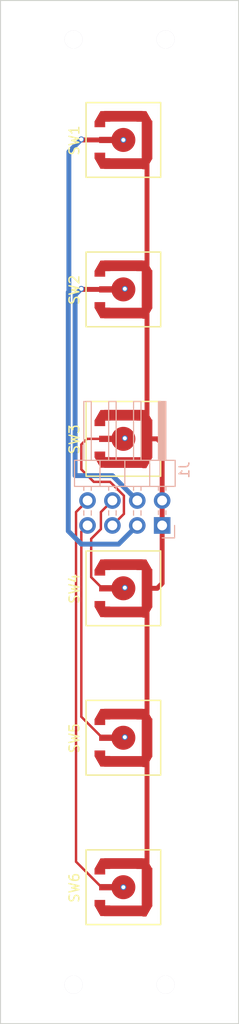
<source format=kicad_pcb>
(kicad_pcb (version 20171130) (host pcbnew "(5.1.4)-1")

  (general
    (thickness 1.2)
    (drawings 4)
    (tracks 153)
    (zones 0)
    (modules 11)
    (nets 8)
  )

  (page A4)
  (layers
    (0 F.Cu signal)
    (31 B.Cu signal)
    (32 B.Adhes user)
    (33 F.Adhes user)
    (34 B.Paste user)
    (35 F.Paste user)
    (36 B.SilkS user)
    (37 F.SilkS user)
    (38 B.Mask user)
    (39 F.Mask user)
    (40 Dwgs.User user)
    (41 Cmts.User user)
    (42 Eco1.User user)
    (43 Eco2.User user)
    (44 Edge.Cuts user)
    (45 Margin user)
    (46 B.CrtYd user)
    (47 F.CrtYd user)
    (48 B.Fab user)
    (49 F.Fab user)
  )

  (setup
    (last_trace_width 0.5)
    (user_trace_width 0.25)
    (user_trace_width 0.5)
    (trace_clearance 0.2)
    (zone_clearance 0.508)
    (zone_45_only no)
    (trace_min 0.2)
    (via_size 0.6)
    (via_drill 0.4)
    (via_min_size 0.4)
    (via_min_drill 0.3)
    (uvia_size 0.3)
    (uvia_drill 0.1)
    (uvias_allowed no)
    (uvia_min_size 0.2)
    (uvia_min_drill 0.1)
    (edge_width 0.15)
    (segment_width 0.2)
    (pcb_text_width 0.3)
    (pcb_text_size 1.5 1.5)
    (mod_edge_width 0.15)
    (mod_text_size 1 1)
    (mod_text_width 0.15)
    (pad_size 1.524 1.524)
    (pad_drill 0.762)
    (pad_to_mask_clearance 0.2)
    (aux_axis_origin 124.32 149.34)
    (grid_origin 124.32 149.34)
    (visible_elements 7FFFFFFF)
    (pcbplotparams
      (layerselection 0x010f0_80000001)
      (usegerberextensions true)
      (usegerberattributes false)
      (usegerberadvancedattributes false)
      (creategerberjobfile false)
      (excludeedgelayer true)
      (linewidth 0.100000)
      (plotframeref false)
      (viasonmask false)
      (mode 1)
      (useauxorigin false)
      (hpglpennumber 1)
      (hpglpenspeed 20)
      (hpglpendiameter 15.000000)
      (psnegative false)
      (psa4output false)
      (plotreference true)
      (plotvalue true)
      (plotinvisibletext false)
      (padsonsilk false)
      (subtractmaskfromsilk false)
      (outputformat 1)
      (mirror false)
      (drillshape 0)
      (scaleselection 1)
      (outputdirectory "./gerbers"))
  )

  (net 0 "")
  (net 1 GND)
  (net 2 /A)
  (net 3 /B)
  (net 4 /C)
  (net 5 /D)
  (net 6 /E)
  (net 7 /F)

  (net_class Default "This is the default net class."
    (clearance 0.2)
    (trace_width 0.25)
    (via_dia 0.6)
    (via_drill 0.4)
    (uvia_dia 0.3)
    (uvia_drill 0.1)
    (add_net /A)
    (add_net /B)
    (add_net /C)
    (add_net /D)
    (add_net /E)
    (add_net /F)
    (add_net GND)
  )

  (module "KiCAD Libraries:Mouting_Hole_1.85mm" locked (layer F.Cu) (tedit 5A7BD47A) (tstamp 5A7BDECD)
    (at 131.78 145.37)
    (path /5A7BE8C6)
    (fp_text reference MK1 (at 0.54 1.88) (layer F.SilkS) hide
      (effects (font (size 1 1) (thickness 0.15)))
    )
    (fp_text value Mounting_Hole (at 0.32 1.73) (layer F.Fab) hide
      (effects (font (size 1 1) (thickness 0.15)))
    )
    (pad 1 thru_hole circle (at 0 0) (size 1.85 1.85) (drill 1.85) (layers *.Cu)
      (clearance 0.5) (zone_connect 0))
  )

  (module "KiCAD Libraries:Mouting_Hole_1.85mm" locked (layer F.Cu) (tedit 5A7BD47A) (tstamp 5A7BDED2)
    (at 141.18 145.37)
    (path /5A7BE8CC)
    (fp_text reference MK2 (at 0.54 1.88) (layer F.SilkS) hide
      (effects (font (size 1 1) (thickness 0.15)))
    )
    (fp_text value Mounting_Hole (at 0.32 1.73) (layer F.Fab) hide
      (effects (font (size 1 1) (thickness 0.15)))
    )
    (pad 1 thru_hole circle (at 0 0) (size 1.85 1.85) (drill 1.85) (layers *.Cu)
      (clearance 0.5) (zone_connect 0))
  )

  (module "KiCAD Libraries:Mouting_Hole_1.85mm" locked (layer F.Cu) (tedit 5A7BD47A) (tstamp 5A7BDED7)
    (at 131.78 48.98)
    (path /5A7BE72D)
    (fp_text reference MK3 (at 0.54 1.88) (layer F.SilkS) hide
      (effects (font (size 1 1) (thickness 0.15)))
    )
    (fp_text value Mounting_Hole (at 0.32 1.73) (layer F.Fab) hide
      (effects (font (size 1 1) (thickness 0.15)))
    )
    (pad 1 thru_hole circle (at 0 0) (size 1.85 1.85) (drill 1.85) (layers *.Cu)
      (clearance 0.5) (zone_connect 0))
  )

  (module "KiCAD Libraries:Mouting_Hole_1.85mm" locked (layer F.Cu) (tedit 5A7BD47A) (tstamp 5A7BDEDC)
    (at 141.18 48.98)
    (path /5A7BE807)
    (fp_text reference MK4 (at 0.54 1.88) (layer F.SilkS) hide
      (effects (font (size 1 1) (thickness 0.15)))
    )
    (fp_text value Mounting_Hole (at 0.32 1.73) (layer F.Fab) hide
      (effects (font (size 1 1) (thickness 0.15)))
    )
    (pad 1 thru_hole circle (at 0 0) (size 1.85 1.85) (drill 1.85) (layers *.Cu)
      (clearance 0.5) (zone_connect 0))
  )

  (module "KiCAD Libraries:SWITCH_SNAP_DOME_6.3mm_DIA_SINGLE_SIDE_PCB" locked (layer F.Cu) (tedit 5A2DE5FC) (tstamp 5A7BDEEB)
    (at 136.87 59.230001 180)
    (path /5A7BE19B)
    (zone_connect 2)
    (fp_text reference SW1 (at 5.008 -0.056 270) (layer F.SilkS)
      (effects (font (size 1 1) (thickness 0.15)))
    )
    (fp_text value mode (at -0.2 4.58 180) (layer F.Fab)
      (effects (font (size 1 1) (thickness 0.15)))
    )
    (fp_line (start -3.81 -3.81) (end -3.81 3.81) (layer F.SilkS) (width 0.15))
    (fp_line (start -3.81 3.81) (end 3.81 3.81) (layer F.SilkS) (width 0.15))
    (fp_line (start 3.81 3.81) (end 3.81 -3.81) (layer F.SilkS) (width 0.15))
    (fp_line (start 3.81 -3.81) (end -3.81 -3.81) (layer F.SilkS) (width 0.15))
    (pad 2 smd trapezoid (at 2.15 2.4) (size 1 1.09) (rect_delta 0 0.625 ) (layers F.Cu F.Paste F.Mask)
      (net 1 GND) (zone_connect 2))
    (pad 2 smd trapezoid (at -2.15 2.4) (size 1 1.09) (rect_delta 0 0.625 ) (layers F.Cu F.Paste F.Mask)
      (net 1 GND) (zone_connect 2))
    (pad 2 smd trapezoid (at 2.15 -2.4 180) (size 1 1.09) (rect_delta 0 0.625 ) (layers F.Cu F.Paste F.Mask)
      (net 1 GND) (zone_connect 2))
    (pad 2 smd rect (at 2.4 1.6 180) (size 1.09 0.608) (layers F.Cu F.Paste F.Mask)
      (net 1 GND) (zone_connect 2))
    (pad 2 smd rect (at 0 -2.415 180) (size 3.92 1.09) (layers F.Cu F.Paste F.Mask)
      (net 1 GND) (zone_connect 2))
    (pad 1 smd circle (at 0 0 180) (size 2.45 2.45) (layers F.Cu F.Paste F.Mask)
      (net 2 /A) (zone_connect 2))
    (pad 1 smd rect (at 1.25 0 180) (size 2.45 0.64) (layers F.Cu F.Paste F.Mask)
      (net 2 /A) (zone_connect 2))
    (pad 2 smd rect (at 0 2.415 180) (size 3.92 1.09) (layers F.Cu F.Paste F.Mask)
      (net 1 GND) (zone_connect 2))
    (pad 2 smd rect (at -2.415 0 180) (size 1.09 3.92) (layers F.Cu F.Paste F.Mask)
      (net 1 GND) (zone_connect 2))
    (pad 2 smd rect (at 2.4 -1.6 180) (size 1.09 0.608) (layers F.Cu F.Paste F.Mask)
      (net 1 GND) (zone_connect 2))
    (pad 2 smd trapezoid (at -2.15 -2.45 180) (size 1 1.09) (rect_delta 0 0.625 ) (layers F.Cu F.Paste F.Mask)
      (net 1 GND) (zone_connect 2))
  )

  (module "KiCAD Libraries:SWITCH_SNAP_DOME_6.3mm_DIA_SINGLE_SIDE_PCB" locked (layer F.Cu) (tedit 5A2DE5FC) (tstamp 5A7BDEFA)
    (at 136.87 74.470001 180)
    (path /5A7BE334)
    (zone_connect 2)
    (fp_text reference SW2 (at 5.008 -0.056 270) (layer F.SilkS)
      (effects (font (size 1 1) (thickness 0.15)))
    )
    (fp_text value qty (at -0.2 4.58 180) (layer F.Fab)
      (effects (font (size 1 1) (thickness 0.15)))
    )
    (fp_line (start -3.81 -3.81) (end -3.81 3.81) (layer F.SilkS) (width 0.15))
    (fp_line (start -3.81 3.81) (end 3.81 3.81) (layer F.SilkS) (width 0.15))
    (fp_line (start 3.81 3.81) (end 3.81 -3.81) (layer F.SilkS) (width 0.15))
    (fp_line (start 3.81 -3.81) (end -3.81 -3.81) (layer F.SilkS) (width 0.15))
    (pad 2 smd trapezoid (at 2.15 2.4) (size 1 1.09) (rect_delta 0 0.625 ) (layers F.Cu F.Paste F.Mask)
      (net 1 GND) (zone_connect 2))
    (pad 2 smd trapezoid (at -2.15 2.4) (size 1 1.09) (rect_delta 0 0.625 ) (layers F.Cu F.Paste F.Mask)
      (net 1 GND) (zone_connect 2))
    (pad 2 smd trapezoid (at 2.15 -2.4 180) (size 1 1.09) (rect_delta 0 0.625 ) (layers F.Cu F.Paste F.Mask)
      (net 1 GND) (zone_connect 2))
    (pad 2 smd rect (at 2.4 1.6 180) (size 1.09 0.608) (layers F.Cu F.Paste F.Mask)
      (net 1 GND) (zone_connect 2))
    (pad 2 smd rect (at 0 -2.415 180) (size 3.92 1.09) (layers F.Cu F.Paste F.Mask)
      (net 1 GND) (zone_connect 2))
    (pad 1 smd circle (at 0 0 180) (size 2.45 2.45) (layers F.Cu F.Paste F.Mask)
      (net 3 /B) (zone_connect 2))
    (pad 1 smd rect (at 1.25 0 180) (size 2.45 0.64) (layers F.Cu F.Paste F.Mask)
      (net 3 /B) (zone_connect 2))
    (pad 2 smd rect (at 0 2.415 180) (size 3.92 1.09) (layers F.Cu F.Paste F.Mask)
      (net 1 GND) (zone_connect 2))
    (pad 2 smd rect (at -2.415 0 180) (size 1.09 3.92) (layers F.Cu F.Paste F.Mask)
      (net 1 GND) (zone_connect 2))
    (pad 2 smd rect (at 2.4 -1.6 180) (size 1.09 0.608) (layers F.Cu F.Paste F.Mask)
      (net 1 GND) (zone_connect 2))
    (pad 2 smd trapezoid (at -2.15 -2.45 180) (size 1 1.09) (rect_delta 0 0.625 ) (layers F.Cu F.Paste F.Mask)
      (net 1 GND) (zone_connect 2))
  )

  (module "KiCAD Libraries:SWITCH_SNAP_DOME_6.3mm_DIA_SINGLE_SIDE_PCB" locked (layer F.Cu) (tedit 5A2DE5FC) (tstamp 5A7BDF09)
    (at 136.87 89.710001 180)
    (path /5A7BE363)
    (zone_connect 2)
    (fp_text reference SW3 (at 5.008 -0.056 90) (layer F.SilkS)
      (effects (font (size 1 1) (thickness 0.15)))
    )
    (fp_text value up (at -0.2 4.58) (layer F.Fab)
      (effects (font (size 1 1) (thickness 0.15)))
    )
    (fp_line (start -3.81 -3.81) (end -3.81 3.81) (layer F.SilkS) (width 0.15))
    (fp_line (start -3.81 3.81) (end 3.81 3.81) (layer F.SilkS) (width 0.15))
    (fp_line (start 3.81 3.81) (end 3.81 -3.81) (layer F.SilkS) (width 0.15))
    (fp_line (start 3.81 -3.81) (end -3.81 -3.81) (layer F.SilkS) (width 0.15))
    (pad 2 smd trapezoid (at 2.15 2.4) (size 1 1.09) (rect_delta 0 0.625 ) (layers F.Cu F.Paste F.Mask)
      (net 1 GND) (zone_connect 2))
    (pad 2 smd trapezoid (at -2.15 2.4) (size 1 1.09) (rect_delta 0 0.625 ) (layers F.Cu F.Paste F.Mask)
      (net 1 GND) (zone_connect 2))
    (pad 2 smd trapezoid (at 2.15 -2.4 180) (size 1 1.09) (rect_delta 0 0.625 ) (layers F.Cu F.Paste F.Mask)
      (net 1 GND) (zone_connect 2))
    (pad 2 smd rect (at 2.4 1.6 180) (size 1.09 0.608) (layers F.Cu F.Paste F.Mask)
      (net 1 GND) (zone_connect 2))
    (pad 2 smd rect (at 0 -2.415 180) (size 3.92 1.09) (layers F.Cu F.Paste F.Mask)
      (net 1 GND) (zone_connect 2))
    (pad 1 smd circle (at 0 0 180) (size 2.45 2.45) (layers F.Cu F.Paste F.Mask)
      (net 4 /C) (zone_connect 2))
    (pad 1 smd rect (at 1.25 0 180) (size 2.45 0.64) (layers F.Cu F.Paste F.Mask)
      (net 4 /C) (zone_connect 2))
    (pad 2 smd rect (at 0 2.415 180) (size 3.92 1.09) (layers F.Cu F.Paste F.Mask)
      (net 1 GND) (zone_connect 2))
    (pad 2 smd rect (at -2.415 0 180) (size 1.09 3.92) (layers F.Cu F.Paste F.Mask)
      (net 1 GND) (zone_connect 2))
    (pad 2 smd rect (at 2.4 -1.6 180) (size 1.09 0.608) (layers F.Cu F.Paste F.Mask)
      (net 1 GND) (zone_connect 2))
    (pad 2 smd trapezoid (at -2.15 -2.45 180) (size 1 1.09) (rect_delta 0 0.625 ) (layers F.Cu F.Paste F.Mask)
      (net 1 GND) (zone_connect 2))
  )

  (module "KiCAD Libraries:SWITCH_SNAP_DOME_6.3mm_DIA_SINGLE_SIDE_PCB" locked (layer F.Cu) (tedit 5A2DE5FC) (tstamp 5A7BDF18)
    (at 136.87 104.950001 180)
    (path /5A7BE38D)
    (zone_connect 2)
    (fp_text reference SW4 (at 5.008 -0.056 90) (layer F.SilkS)
      (effects (font (size 1 1) (thickness 0.15)))
    )
    (fp_text value down (at -0.2 4.58) (layer F.Fab)
      (effects (font (size 1 1) (thickness 0.15)))
    )
    (fp_line (start -3.81 -3.81) (end -3.81 3.81) (layer F.SilkS) (width 0.15))
    (fp_line (start -3.81 3.81) (end 3.81 3.81) (layer F.SilkS) (width 0.15))
    (fp_line (start 3.81 3.81) (end 3.81 -3.81) (layer F.SilkS) (width 0.15))
    (fp_line (start 3.81 -3.81) (end -3.81 -3.81) (layer F.SilkS) (width 0.15))
    (pad 2 smd trapezoid (at 2.15 2.4) (size 1 1.09) (rect_delta 0 0.625 ) (layers F.Cu F.Paste F.Mask)
      (net 1 GND) (zone_connect 2))
    (pad 2 smd trapezoid (at -2.15 2.4) (size 1 1.09) (rect_delta 0 0.625 ) (layers F.Cu F.Paste F.Mask)
      (net 1 GND) (zone_connect 2))
    (pad 2 smd trapezoid (at 2.15 -2.4 180) (size 1 1.09) (rect_delta 0 0.625 ) (layers F.Cu F.Paste F.Mask)
      (net 1 GND) (zone_connect 2))
    (pad 2 smd rect (at 2.4 1.6 180) (size 1.09 0.608) (layers F.Cu F.Paste F.Mask)
      (net 1 GND) (zone_connect 2))
    (pad 2 smd rect (at 0 -2.415 180) (size 3.92 1.09) (layers F.Cu F.Paste F.Mask)
      (net 1 GND) (zone_connect 2))
    (pad 1 smd circle (at 0 0 180) (size 2.45 2.45) (layers F.Cu F.Paste F.Mask)
      (net 5 /D) (zone_connect 2))
    (pad 1 smd rect (at 1.25 0 180) (size 2.45 0.64) (layers F.Cu F.Paste F.Mask)
      (net 5 /D) (zone_connect 2))
    (pad 2 smd rect (at 0 2.415 180) (size 3.92 1.09) (layers F.Cu F.Paste F.Mask)
      (net 1 GND) (zone_connect 2))
    (pad 2 smd rect (at -2.415 0 180) (size 1.09 3.92) (layers F.Cu F.Paste F.Mask)
      (net 1 GND) (zone_connect 2))
    (pad 2 smd rect (at 2.4 -1.6 180) (size 1.09 0.608) (layers F.Cu F.Paste F.Mask)
      (net 1 GND) (zone_connect 2))
    (pad 2 smd trapezoid (at -2.15 -2.45 180) (size 1 1.09) (rect_delta 0 0.625 ) (layers F.Cu F.Paste F.Mask)
      (net 1 GND) (zone_connect 2))
  )

  (module "KiCAD Libraries:SWITCH_SNAP_DOME_6.3mm_DIA_SINGLE_SIDE_PCB" locked (layer F.Cu) (tedit 5A2DE5FC) (tstamp 5A7BDF27)
    (at 136.87 120.190001 180)
    (path /5A7BE3BA)
    (zone_connect 2)
    (fp_text reference SW5 (at 5.008 -0.056 270) (layer F.SilkS)
      (effects (font (size 1 1) (thickness 0.15)))
    )
    (fp_text value zone (at -0.2 4.58 180) (layer F.Fab)
      (effects (font (size 1 1) (thickness 0.15)))
    )
    (fp_line (start -3.81 -3.81) (end -3.81 3.81) (layer F.SilkS) (width 0.15))
    (fp_line (start -3.81 3.81) (end 3.81 3.81) (layer F.SilkS) (width 0.15))
    (fp_line (start 3.81 3.81) (end 3.81 -3.81) (layer F.SilkS) (width 0.15))
    (fp_line (start 3.81 -3.81) (end -3.81 -3.81) (layer F.SilkS) (width 0.15))
    (pad 2 smd trapezoid (at 2.15 2.4) (size 1 1.09) (rect_delta 0 0.625 ) (layers F.Cu F.Paste F.Mask)
      (net 1 GND) (zone_connect 2))
    (pad 2 smd trapezoid (at -2.15 2.4) (size 1 1.09) (rect_delta 0 0.625 ) (layers F.Cu F.Paste F.Mask)
      (net 1 GND) (zone_connect 2))
    (pad 2 smd trapezoid (at 2.15 -2.4 180) (size 1 1.09) (rect_delta 0 0.625 ) (layers F.Cu F.Paste F.Mask)
      (net 1 GND) (zone_connect 2))
    (pad 2 smd rect (at 2.4 1.6 180) (size 1.09 0.608) (layers F.Cu F.Paste F.Mask)
      (net 1 GND) (zone_connect 2))
    (pad 2 smd rect (at 0 -2.415 180) (size 3.92 1.09) (layers F.Cu F.Paste F.Mask)
      (net 1 GND) (zone_connect 2))
    (pad 1 smd circle (at 0 0 180) (size 2.45 2.45) (layers F.Cu F.Paste F.Mask)
      (net 6 /E) (zone_connect 2))
    (pad 1 smd rect (at 1.25 0 180) (size 2.45 0.64) (layers F.Cu F.Paste F.Mask)
      (net 6 /E) (zone_connect 2))
    (pad 2 smd rect (at 0 2.415 180) (size 3.92 1.09) (layers F.Cu F.Paste F.Mask)
      (net 1 GND) (zone_connect 2))
    (pad 2 smd rect (at -2.415 0 180) (size 1.09 3.92) (layers F.Cu F.Paste F.Mask)
      (net 1 GND) (zone_connect 2))
    (pad 2 smd rect (at 2.4 -1.6 180) (size 1.09 0.608) (layers F.Cu F.Paste F.Mask)
      (net 1 GND) (zone_connect 2))
    (pad 2 smd trapezoid (at -2.15 -2.45 180) (size 1 1.09) (rect_delta 0 0.625 ) (layers F.Cu F.Paste F.Mask)
      (net 1 GND) (zone_connect 2))
  )

  (module "KiCAD Libraries:SWITCH_SNAP_DOME_6.3mm_DIA_SINGLE_SIDE_PCB" locked (layer F.Cu) (tedit 5A2DE5FC) (tstamp 5A7BDF36)
    (at 136.87 135.430001 180)
    (path /5A7BE3EE)
    (zone_connect 2)
    (fp_text reference SW6 (at 5.008 -0.056 270) (layer F.SilkS)
      (effects (font (size 1 1) (thickness 0.15)))
    )
    (fp_text value ET (at -0.2 4.58 180) (layer F.Fab)
      (effects (font (size 1 1) (thickness 0.15)))
    )
    (fp_line (start -3.81 -3.81) (end -3.81 3.81) (layer F.SilkS) (width 0.15))
    (fp_line (start -3.81 3.81) (end 3.81 3.81) (layer F.SilkS) (width 0.15))
    (fp_line (start 3.81 3.81) (end 3.81 -3.81) (layer F.SilkS) (width 0.15))
    (fp_line (start 3.81 -3.81) (end -3.81 -3.81) (layer F.SilkS) (width 0.15))
    (pad 2 smd trapezoid (at 2.15 2.4) (size 1 1.09) (rect_delta 0 0.625 ) (layers F.Cu F.Paste F.Mask)
      (net 1 GND) (zone_connect 2))
    (pad 2 smd trapezoid (at -2.15 2.4) (size 1 1.09) (rect_delta 0 0.625 ) (layers F.Cu F.Paste F.Mask)
      (net 1 GND) (zone_connect 2))
    (pad 2 smd trapezoid (at 2.15 -2.4 180) (size 1 1.09) (rect_delta 0 0.625 ) (layers F.Cu F.Paste F.Mask)
      (net 1 GND) (zone_connect 2))
    (pad 2 smd rect (at 2.4 1.6 180) (size 1.09 0.608) (layers F.Cu F.Paste F.Mask)
      (net 1 GND) (zone_connect 2))
    (pad 2 smd rect (at 0 -2.415 180) (size 3.92 1.09) (layers F.Cu F.Paste F.Mask)
      (net 1 GND) (zone_connect 2))
    (pad 1 smd circle (at 0 0 180) (size 2.45 2.45) (layers F.Cu F.Paste F.Mask)
      (net 7 /F) (zone_connect 2))
    (pad 1 smd rect (at 1.25 0 180) (size 2.45 0.64) (layers F.Cu F.Paste F.Mask)
      (net 7 /F) (zone_connect 2))
    (pad 2 smd rect (at 0 2.415 180) (size 3.92 1.09) (layers F.Cu F.Paste F.Mask)
      (net 1 GND) (zone_connect 2))
    (pad 2 smd rect (at -2.415 0 180) (size 1.09 3.92) (layers F.Cu F.Paste F.Mask)
      (net 1 GND) (zone_connect 2))
    (pad 2 smd rect (at 2.4 -1.6 180) (size 1.09 0.608) (layers F.Cu F.Paste F.Mask)
      (net 1 GND) (zone_connect 2))
    (pad 2 smd trapezoid (at -2.15 -2.45 180) (size 1 1.09) (rect_delta 0 0.625 ) (layers F.Cu F.Paste F.Mask)
      (net 1 GND) (zone_connect 2))
  )

  (module Connector_PinHeader_2.54mm:PinHeader_2x04_P2.54mm_Horizontal (layer B.Cu) (tedit 59FED5CB) (tstamp 5DBCFCC3)
    (at 140.83 98.54 90)
    (descr "Through hole angled pin header, 2x04, 2.54mm pitch, 6mm pin length, double rows")
    (tags "Through hole angled pin header THT 2x04 2.54mm double row")
    (path /5A7BE28B)
    (fp_text reference J1 (at 5.655 2.27 270) (layer B.SilkS)
      (effects (font (size 1 1) (thickness 0.15)) (justify mirror))
    )
    (fp_text value Conn_02x04_Male (at 5.655 -9.89 270) (layer B.Fab)
      (effects (font (size 1 1) (thickness 0.15)) (justify mirror))
    )
    (fp_line (start 4.675 1.27) (end 6.58 1.27) (layer B.Fab) (width 0.1))
    (fp_line (start 6.58 1.27) (end 6.58 -8.89) (layer B.Fab) (width 0.1))
    (fp_line (start 6.58 -8.89) (end 4.04 -8.89) (layer B.Fab) (width 0.1))
    (fp_line (start 4.04 -8.89) (end 4.04 0.635) (layer B.Fab) (width 0.1))
    (fp_line (start 4.04 0.635) (end 4.675 1.27) (layer B.Fab) (width 0.1))
    (fp_line (start -0.32 0.32) (end 4.04 0.32) (layer B.Fab) (width 0.1))
    (fp_line (start -0.32 0.32) (end -0.32 -0.32) (layer B.Fab) (width 0.1))
    (fp_line (start -0.32 -0.32) (end 4.04 -0.32) (layer B.Fab) (width 0.1))
    (fp_line (start 6.58 0.32) (end 12.58 0.32) (layer B.Fab) (width 0.1))
    (fp_line (start 12.58 0.32) (end 12.58 -0.32) (layer B.Fab) (width 0.1))
    (fp_line (start 6.58 -0.32) (end 12.58 -0.32) (layer B.Fab) (width 0.1))
    (fp_line (start -0.32 -2.22) (end 4.04 -2.22) (layer B.Fab) (width 0.1))
    (fp_line (start -0.32 -2.22) (end -0.32 -2.86) (layer B.Fab) (width 0.1))
    (fp_line (start -0.32 -2.86) (end 4.04 -2.86) (layer B.Fab) (width 0.1))
    (fp_line (start 6.58 -2.22) (end 12.58 -2.22) (layer B.Fab) (width 0.1))
    (fp_line (start 12.58 -2.22) (end 12.58 -2.86) (layer B.Fab) (width 0.1))
    (fp_line (start 6.58 -2.86) (end 12.58 -2.86) (layer B.Fab) (width 0.1))
    (fp_line (start -0.32 -4.76) (end 4.04 -4.76) (layer B.Fab) (width 0.1))
    (fp_line (start -0.32 -4.76) (end -0.32 -5.4) (layer B.Fab) (width 0.1))
    (fp_line (start -0.32 -5.4) (end 4.04 -5.4) (layer B.Fab) (width 0.1))
    (fp_line (start 6.58 -4.76) (end 12.58 -4.76) (layer B.Fab) (width 0.1))
    (fp_line (start 12.58 -4.76) (end 12.58 -5.4) (layer B.Fab) (width 0.1))
    (fp_line (start 6.58 -5.4) (end 12.58 -5.4) (layer B.Fab) (width 0.1))
    (fp_line (start -0.32 -7.3) (end 4.04 -7.3) (layer B.Fab) (width 0.1))
    (fp_line (start -0.32 -7.3) (end -0.32 -7.94) (layer B.Fab) (width 0.1))
    (fp_line (start -0.32 -7.94) (end 4.04 -7.94) (layer B.Fab) (width 0.1))
    (fp_line (start 6.58 -7.3) (end 12.58 -7.3) (layer B.Fab) (width 0.1))
    (fp_line (start 12.58 -7.3) (end 12.58 -7.94) (layer B.Fab) (width 0.1))
    (fp_line (start 6.58 -7.94) (end 12.58 -7.94) (layer B.Fab) (width 0.1))
    (fp_line (start 3.98 1.33) (end 3.98 -8.95) (layer B.SilkS) (width 0.12))
    (fp_line (start 3.98 -8.95) (end 6.64 -8.95) (layer B.SilkS) (width 0.12))
    (fp_line (start 6.64 -8.95) (end 6.64 1.33) (layer B.SilkS) (width 0.12))
    (fp_line (start 6.64 1.33) (end 3.98 1.33) (layer B.SilkS) (width 0.12))
    (fp_line (start 6.64 0.38) (end 12.64 0.38) (layer B.SilkS) (width 0.12))
    (fp_line (start 12.64 0.38) (end 12.64 -0.38) (layer B.SilkS) (width 0.12))
    (fp_line (start 12.64 -0.38) (end 6.64 -0.38) (layer B.SilkS) (width 0.12))
    (fp_line (start 6.64 0.32) (end 12.64 0.32) (layer B.SilkS) (width 0.12))
    (fp_line (start 6.64 0.2) (end 12.64 0.2) (layer B.SilkS) (width 0.12))
    (fp_line (start 6.64 0.08) (end 12.64 0.08) (layer B.SilkS) (width 0.12))
    (fp_line (start 6.64 -0.04) (end 12.64 -0.04) (layer B.SilkS) (width 0.12))
    (fp_line (start 6.64 -0.16) (end 12.64 -0.16) (layer B.SilkS) (width 0.12))
    (fp_line (start 6.64 -0.28) (end 12.64 -0.28) (layer B.SilkS) (width 0.12))
    (fp_line (start 3.582929 0.38) (end 3.98 0.38) (layer B.SilkS) (width 0.12))
    (fp_line (start 3.582929 -0.38) (end 3.98 -0.38) (layer B.SilkS) (width 0.12))
    (fp_line (start 1.11 0.38) (end 1.497071 0.38) (layer B.SilkS) (width 0.12))
    (fp_line (start 1.11 -0.38) (end 1.497071 -0.38) (layer B.SilkS) (width 0.12))
    (fp_line (start 3.98 -1.27) (end 6.64 -1.27) (layer B.SilkS) (width 0.12))
    (fp_line (start 6.64 -2.16) (end 12.64 -2.16) (layer B.SilkS) (width 0.12))
    (fp_line (start 12.64 -2.16) (end 12.64 -2.92) (layer B.SilkS) (width 0.12))
    (fp_line (start 12.64 -2.92) (end 6.64 -2.92) (layer B.SilkS) (width 0.12))
    (fp_line (start 3.582929 -2.16) (end 3.98 -2.16) (layer B.SilkS) (width 0.12))
    (fp_line (start 3.582929 -2.92) (end 3.98 -2.92) (layer B.SilkS) (width 0.12))
    (fp_line (start 1.042929 -2.16) (end 1.497071 -2.16) (layer B.SilkS) (width 0.12))
    (fp_line (start 1.042929 -2.92) (end 1.497071 -2.92) (layer B.SilkS) (width 0.12))
    (fp_line (start 3.98 -3.81) (end 6.64 -3.81) (layer B.SilkS) (width 0.12))
    (fp_line (start 6.64 -4.7) (end 12.64 -4.7) (layer B.SilkS) (width 0.12))
    (fp_line (start 12.64 -4.7) (end 12.64 -5.46) (layer B.SilkS) (width 0.12))
    (fp_line (start 12.64 -5.46) (end 6.64 -5.46) (layer B.SilkS) (width 0.12))
    (fp_line (start 3.582929 -4.7) (end 3.98 -4.7) (layer B.SilkS) (width 0.12))
    (fp_line (start 3.582929 -5.46) (end 3.98 -5.46) (layer B.SilkS) (width 0.12))
    (fp_line (start 1.042929 -4.7) (end 1.497071 -4.7) (layer B.SilkS) (width 0.12))
    (fp_line (start 1.042929 -5.46) (end 1.497071 -5.46) (layer B.SilkS) (width 0.12))
    (fp_line (start 3.98 -6.35) (end 6.64 -6.35) (layer B.SilkS) (width 0.12))
    (fp_line (start 6.64 -7.24) (end 12.64 -7.24) (layer B.SilkS) (width 0.12))
    (fp_line (start 12.64 -7.24) (end 12.64 -8) (layer B.SilkS) (width 0.12))
    (fp_line (start 12.64 -8) (end 6.64 -8) (layer B.SilkS) (width 0.12))
    (fp_line (start 3.582929 -7.24) (end 3.98 -7.24) (layer B.SilkS) (width 0.12))
    (fp_line (start 3.582929 -8) (end 3.98 -8) (layer B.SilkS) (width 0.12))
    (fp_line (start 1.042929 -7.24) (end 1.497071 -7.24) (layer B.SilkS) (width 0.12))
    (fp_line (start 1.042929 -8) (end 1.497071 -8) (layer B.SilkS) (width 0.12))
    (fp_line (start -1.27 0) (end -1.27 1.27) (layer B.SilkS) (width 0.12))
    (fp_line (start -1.27 1.27) (end 0 1.27) (layer B.SilkS) (width 0.12))
    (fp_line (start -1.8 1.8) (end -1.8 -9.4) (layer B.CrtYd) (width 0.05))
    (fp_line (start -1.8 -9.4) (end 13.1 -9.4) (layer B.CrtYd) (width 0.05))
    (fp_line (start 13.1 -9.4) (end 13.1 1.8) (layer B.CrtYd) (width 0.05))
    (fp_line (start 13.1 1.8) (end -1.8 1.8) (layer B.CrtYd) (width 0.05))
    (fp_text user %R (at 5.31 -3.81) (layer B.Fab)
      (effects (font (size 1 1) (thickness 0.15)) (justify mirror))
    )
    (pad 1 thru_hole rect (at 0 0 90) (size 1.7 1.7) (drill 1) (layers *.Cu *.Mask)
      (net 1 GND))
    (pad 2 thru_hole oval (at 2.54 0 90) (size 1.7 1.7) (drill 1) (layers *.Cu *.Mask)
      (net 1 GND))
    (pad 3 thru_hole oval (at 0 -2.54 90) (size 1.7 1.7) (drill 1) (layers *.Cu *.Mask)
      (net 2 /A))
    (pad 4 thru_hole oval (at 2.54 -2.54 90) (size 1.7 1.7) (drill 1) (layers *.Cu *.Mask)
      (net 3 /B))
    (pad 5 thru_hole oval (at 0 -5.08 90) (size 1.7 1.7) (drill 1) (layers *.Cu *.Mask)
      (net 4 /C))
    (pad 6 thru_hole oval (at 2.54 -5.08 90) (size 1.7 1.7) (drill 1) (layers *.Cu *.Mask)
      (net 5 /D))
    (pad 7 thru_hole oval (at 0 -7.62 90) (size 1.7 1.7) (drill 1) (layers *.Cu *.Mask)
      (net 6 /E))
    (pad 8 thru_hole oval (at 2.54 -7.62 90) (size 1.7 1.7) (drill 1) (layers *.Cu *.Mask)
      (net 7 /F))
    (model ${KISYS3DMOD}/Connector_PinHeader_2.54mm.3dshapes/PinHeader_2x04_P2.54mm_Horizontal.wrl
      (at (xyz 0 0 0))
      (scale (xyz 1 1 1))
      (rotate (xyz 0 0 0))
    )
  )

  (gr_line (start 124.32 149.34) (end 148.64 149.34) (layer Edge.Cuts) (width 0.1))
  (gr_line (start 148.64 45.01) (end 124.32 45.01) (layer Edge.Cuts) (width 0.1))
  (gr_line (start 148.64 149.34) (end 148.64 45.01) (layer Edge.Cuts) (width 0.1))
  (gr_line (start 124.32 45.01) (end 124.32 149.34) (layer Edge.Cuts) (width 0.1))

  (via (at 137.02 120.13) (size 0.6) (drill 0.4) (layers F.Cu B.Cu) (net 6))
  (via (at 137.02 104.89) (size 0.6) (drill 0.4) (layers F.Cu B.Cu) (net 5))
  (via (at 137.02 89.65) (size 0.6) (drill 0.4) (layers F.Cu B.Cu) (net 4))
  (via (at 137.02 74.41) (size 0.6) (drill 0.4) (layers F.Cu B.Cu) (net 3))
  (segment (start 139.285 135.430001) (end 139.285 120.49) (width 0.5) (layer F.Cu) (net 1))
  (segment (start 139.285 120.49) (end 139.285 104.950001) (width 0.5) (layer F.Cu) (net 1))
  (segment (start 140.83 98.54) (end 140.83 96) (width 0.5) (layer F.Cu) (net 1))
  (segment (start 140.33 89.710001) (end 139.285 89.710001) (width 0.5) (layer F.Cu) (net 1))
  (segment (start 140.83 90.210001) (end 140.33 89.710001) (width 0.5) (layer F.Cu) (net 1))
  (segment (start 140.83 96) (end 140.83 90.210001) (width 0.5) (layer F.Cu) (net 1))
  (segment (start 140.83 99.89) (end 140.83 98.54) (width 0.5) (layer F.Cu) (net 1))
  (segment (start 140.83 104.450001) (end 140.83 99.89) (width 0.5) (layer F.Cu) (net 1))
  (segment (start 140.33 104.950001) (end 140.83 104.450001) (width 0.5) (layer F.Cu) (net 1))
  (segment (start 139.285 104.950001) (end 140.33 104.950001) (width 0.5) (layer F.Cu) (net 1))
  (segment (start 139.285 89.710001) (end 139.285 74.470001) (width 0.5) (layer F.Cu) (net 1))
  (segment (start 139.285 74.470001) (end 139.285 59.230001) (width 0.5) (layer F.Cu) (net 1))
  (segment (start 134.47 118.040001) (end 134.72 117.790001) (width 0.5) (layer F.Cu) (net 1))
  (segment (start 134.47 118.590001) (end 134.47 118.040001) (width 0.5) (layer F.Cu) (net 1))
  (segment (start 134.72 117.790001) (end 139.02 117.790001) (width 0.5) (layer F.Cu) (net 1))
  (segment (start 139.02 119.925001) (end 139.285 120.190001) (width 0.5) (layer F.Cu) (net 1))
  (segment (start 139.02 117.790001) (end 139.02 119.925001) (width 0.5) (layer F.Cu) (net 1))
  (segment (start 139.285 122.375001) (end 139.02 122.640001) (width 0.5) (layer F.Cu) (net 1))
  (segment (start 139.285 120.190001) (end 139.285 122.375001) (width 0.5) (layer F.Cu) (net 1))
  (segment (start 136.905 122.640001) (end 136.87 122.605001) (width 0.5) (layer F.Cu) (net 1))
  (segment (start 139.02 122.640001) (end 136.905 122.640001) (width 0.5) (layer F.Cu) (net 1))
  (segment (start 134.735 122.605001) (end 134.72 122.590001) (width 0.5) (layer F.Cu) (net 1))
  (segment (start 136.87 122.605001) (end 134.735 122.605001) (width 0.5) (layer F.Cu) (net 1))
  (segment (start 134.72 122.040001) (end 134.47 121.790001) (width 0.5) (layer F.Cu) (net 1))
  (segment (start 134.72 122.590001) (end 134.72 122.040001) (width 0.5) (layer F.Cu) (net 1))
  (segment (start 134.47 133.280001) (end 134.72 133.030001) (width 0.5) (layer F.Cu) (net 1))
  (segment (start 134.47 133.830001) (end 134.47 133.280001) (width 0.5) (layer F.Cu) (net 1))
  (segment (start 134.72 133.030001) (end 139.02 133.030001) (width 0.5) (layer F.Cu) (net 1))
  (segment (start 139.02 135.165001) (end 139.285 135.430001) (width 0.5) (layer F.Cu) (net 1))
  (segment (start 139.02 133.030001) (end 139.02 135.165001) (width 0.5) (layer F.Cu) (net 1))
  (segment (start 139.285 137.615001) (end 139.02 137.880001) (width 0.5) (layer F.Cu) (net 1))
  (segment (start 139.285 135.430001) (end 139.285 137.615001) (width 0.5) (layer F.Cu) (net 1))
  (segment (start 136.905 137.880001) (end 136.87 137.845001) (width 0.5) (layer F.Cu) (net 1))
  (segment (start 139.02 137.880001) (end 136.905 137.880001) (width 0.5) (layer F.Cu) (net 1))
  (segment (start 134.735 137.845001) (end 134.72 137.830001) (width 0.5) (layer F.Cu) (net 1))
  (segment (start 136.87 137.845001) (end 134.735 137.845001) (width 0.5) (layer F.Cu) (net 1))
  (segment (start 134.72 137.280001) (end 134.47 137.030001) (width 0.5) (layer F.Cu) (net 1))
  (segment (start 134.72 137.830001) (end 134.72 137.280001) (width 0.5) (layer F.Cu) (net 1))
  (segment (start 134.47 107.100001) (end 134.72 107.350001) (width 0.5) (layer F.Cu) (net 1))
  (segment (start 134.47 106.550001) (end 134.47 107.100001) (width 0.5) (layer F.Cu) (net 1))
  (segment (start 136.855 107.350001) (end 136.87 107.365001) (width 0.5) (layer F.Cu) (net 1))
  (segment (start 134.72 107.350001) (end 136.855 107.350001) (width 0.5) (layer F.Cu) (net 1))
  (segment (start 138.985 107.365001) (end 139.02 107.400001) (width 0.5) (layer F.Cu) (net 1))
  (segment (start 136.87 107.365001) (end 138.985 107.365001) (width 0.5) (layer F.Cu) (net 1))
  (segment (start 139.02 105.215001) (end 139.285 104.950001) (width 0.5) (layer F.Cu) (net 1))
  (segment (start 139.02 107.400001) (end 139.02 105.215001) (width 0.5) (layer F.Cu) (net 1))
  (segment (start 139.285 102.815001) (end 139.02 102.550001) (width 0.5) (layer F.Cu) (net 1))
  (segment (start 139.285 104.950001) (end 139.285 102.815001) (width 0.5) (layer F.Cu) (net 1))
  (segment (start 136.885 102.550001) (end 136.87 102.535001) (width 0.5) (layer F.Cu) (net 1))
  (segment (start 139.02 102.550001) (end 136.885 102.550001) (width 0.5) (layer F.Cu) (net 1))
  (segment (start 134.735 102.535001) (end 134.72 102.550001) (width 0.5) (layer F.Cu) (net 1))
  (segment (start 136.87 102.535001) (end 134.735 102.535001) (width 0.5) (layer F.Cu) (net 1))
  (segment (start 134.72 103.100001) (end 134.47 103.350001) (width 0.5) (layer F.Cu) (net 1))
  (segment (start 134.72 102.550001) (end 134.72 103.100001) (width 0.5) (layer F.Cu) (net 1))
  (segment (start 134.47 91.860001) (end 134.72 92.110001) (width 0.5) (layer F.Cu) (net 1))
  (segment (start 134.47 91.310001) (end 134.47 91.860001) (width 0.5) (layer F.Cu) (net 1))
  (segment (start 138.97 92.110001) (end 139.02 92.160001) (width 0.5) (layer F.Cu) (net 1))
  (segment (start 134.72 92.110001) (end 138.97 92.110001) (width 0.5) (layer F.Cu) (net 1))
  (segment (start 139.02 92.160001) (end 139.02 87.310001) (width 0.5) (layer F.Cu) (net 1))
  (segment (start 139.02 89.445001) (end 139.285 89.710001) (width 0.5) (layer F.Cu) (net 1))
  (segment (start 139.02 87.310001) (end 139.02 89.445001) (width 0.5) (layer F.Cu) (net 1))
  (segment (start 136.885 87.310001) (end 136.87 87.295001) (width 0.5) (layer F.Cu) (net 1))
  (segment (start 139.02 87.310001) (end 136.885 87.310001) (width 0.5) (layer F.Cu) (net 1))
  (segment (start 134.735 87.295001) (end 134.72 87.310001) (width 0.5) (layer F.Cu) (net 1))
  (segment (start 136.87 87.295001) (end 134.735 87.295001) (width 0.5) (layer F.Cu) (net 1))
  (segment (start 134.72 87.860001) (end 134.47 88.110001) (width 0.5) (layer F.Cu) (net 1))
  (segment (start 134.72 87.310001) (end 134.72 87.860001) (width 0.5) (layer F.Cu) (net 1))
  (segment (start 134.47 72.320001) (end 134.72 72.070001) (width 0.5) (layer F.Cu) (net 1))
  (segment (start 134.47 72.870001) (end 134.47 72.320001) (width 0.5) (layer F.Cu) (net 1))
  (segment (start 134.72 72.070001) (end 139.02 72.070001) (width 0.5) (layer F.Cu) (net 1))
  (segment (start 139.02 74.205001) (end 139.285 74.470001) (width 0.5) (layer F.Cu) (net 1))
  (segment (start 139.02 72.070001) (end 139.02 74.205001) (width 0.5) (layer F.Cu) (net 1))
  (segment (start 139.285 76.655001) (end 139.02 76.920001) (width 0.5) (layer F.Cu) (net 1))
  (segment (start 139.285 74.470001) (end 139.285 76.655001) (width 0.5) (layer F.Cu) (net 1))
  (segment (start 136.905 76.920001) (end 136.87 76.885001) (width 0.5) (layer F.Cu) (net 1))
  (segment (start 139.02 76.920001) (end 136.905 76.920001) (width 0.5) (layer F.Cu) (net 1))
  (segment (start 134.735 76.885001) (end 134.72 76.870001) (width 0.5) (layer F.Cu) (net 1))
  (segment (start 136.87 76.885001) (end 134.735 76.885001) (width 0.5) (layer F.Cu) (net 1))
  (segment (start 134.72 76.320001) (end 134.47 76.070001) (width 0.5) (layer F.Cu) (net 1))
  (segment (start 134.72 76.870001) (end 134.72 76.320001) (width 0.5) (layer F.Cu) (net 1))
  (segment (start 134.47 57.080001) (end 134.72 56.830001) (width 0.5) (layer F.Cu) (net 1))
  (segment (start 134.47 57.630001) (end 134.47 57.080001) (width 0.5) (layer F.Cu) (net 1))
  (segment (start 136.855 56.830001) (end 136.87 56.815001) (width 0.5) (layer F.Cu) (net 1))
  (segment (start 134.72 56.830001) (end 136.855 56.830001) (width 0.5) (layer F.Cu) (net 1))
  (segment (start 139.005 56.815001) (end 139.02 56.830001) (width 0.5) (layer F.Cu) (net 1))
  (segment (start 136.87 56.815001) (end 139.005 56.815001) (width 0.5) (layer F.Cu) (net 1))
  (segment (start 139.02 58.965001) (end 139.285 59.230001) (width 0.5) (layer F.Cu) (net 1))
  (segment (start 139.02 56.830001) (end 139.02 58.965001) (width 0.5) (layer F.Cu) (net 1))
  (segment (start 139.285 61.415001) (end 139.02 61.680001) (width 0.5) (layer F.Cu) (net 1))
  (segment (start 139.285 59.230001) (end 139.285 61.415001) (width 0.5) (layer F.Cu) (net 1))
  (segment (start 136.905 61.680001) (end 136.87 61.645001) (width 0.5) (layer F.Cu) (net 1))
  (segment (start 139.02 61.680001) (end 136.905 61.680001) (width 0.5) (layer F.Cu) (net 1))
  (segment (start 134.735 61.645001) (end 134.72 61.630001) (width 0.5) (layer F.Cu) (net 1))
  (segment (start 136.87 61.645001) (end 134.735 61.645001) (width 0.5) (layer F.Cu) (net 1))
  (segment (start 134.72 61.080001) (end 134.47 60.830001) (width 0.5) (layer F.Cu) (net 1))
  (segment (start 134.72 61.630001) (end 134.72 61.080001) (width 0.5) (layer F.Cu) (net 1))
  (via (at 132.575 59.17) (size 0.6) (drill 0.4) (layers F.Cu B.Cu) (net 2))
  (segment (start 136.87 59.230001) (end 136.87 59.230001) (width 0.5) (layer F.Cu) (net 2))
  (segment (start 132.635001 59.230001) (end 132.575 59.17) (width 0.5) (layer F.Cu) (net 2))
  (segment (start 136.385 100.445) (end 138.29 98.54) (width 0.5) (layer B.Cu) (net 2))
  (segment (start 131.305 60.44) (end 131.305 74.690037) (width 0.5) (layer B.Cu) (net 2))
  (segment (start 132.575 59.17) (end 131.305 60.44) (width 0.5) (layer B.Cu) (net 2))
  (segment (start 131.305 74.690037) (end 131.23999 74.755047) (width 0.5) (layer B.Cu) (net 2))
  (segment (start 131.23999 74.755047) (end 131.23999 99.10999) (width 0.5) (layer B.Cu) (net 2))
  (segment (start 131.23999 99.10999) (end 132.575 100.445) (width 0.5) (layer B.Cu) (net 2))
  (segment (start 132.575 100.445) (end 136.385 100.445) (width 0.5) (layer B.Cu) (net 2))
  (segment (start 136.87 59.230001) (end 132.635001 59.230001) (width 0.5) (layer F.Cu) (net 2) (tstamp 5DBD071A))
  (via (at 136.87 59.230001) (size 0.6) (drill 0.4) (layers F.Cu B.Cu) (net 2))
  (via (at 132.575 74.41) (size 0.6) (drill 0.4) (layers F.Cu B.Cu) (net 3))
  (segment (start 135.62 74.470001) (end 132.635001 74.470001) (width 0.5) (layer F.Cu) (net 3))
  (segment (start 132.635001 74.470001) (end 132.575 74.41) (width 0.5) (layer F.Cu) (net 3))
  (segment (start 132.575 74.41) (end 131.94 75.045) (width 0.5) (layer B.Cu) (net 3))
  (segment (start 131.94 75.045) (end 131.94 93.46) (width 0.5) (layer B.Cu) (net 3))
  (segment (start 135.75 93.46) (end 138.29 96) (width 0.5) (layer B.Cu) (net 3))
  (segment (start 131.94 93.46) (end 135.75 93.46) (width 0.5) (layer B.Cu) (net 3))
  (segment (start 135.680001 74.41) (end 135.62 74.470001) (width 0.5) (layer F.Cu) (net 3))
  (segment (start 137.02 74.41) (end 135.680001 74.41) (width 0.5) (layer F.Cu) (net 3))
  (segment (start 136.925001 95.507136) (end 135.512865 94.095) (width 0.25) (layer F.Cu) (net 4))
  (segment (start 135.75 98.54) (end 136.925001 97.364999) (width 0.25) (layer F.Cu) (net 4))
  (segment (start 136.925001 97.364999) (end 136.925001 95.507136) (width 0.25) (layer F.Cu) (net 4))
  (segment (start 135.512865 94.095) (end 133.845 94.095) (width 0.25) (layer F.Cu) (net 4))
  (segment (start 133.845 94.095) (end 132.575 92.825) (width 0.25) (layer F.Cu) (net 4))
  (segment (start 132.575 92.825) (end 132.575 90.285) (width 0.25) (layer F.Cu) (net 4))
  (segment (start 133.149999 89.710001) (end 135.62 89.710001) (width 0.25) (layer F.Cu) (net 4))
  (segment (start 132.575 90.285) (end 133.149999 89.710001) (width 0.25) (layer F.Cu) (net 4))
  (segment (start 136.87 89.710001) (end 135.62 89.710001) (width 0.5) (layer F.Cu) (net 4))
  (segment (start 134.900001 96.849999) (end 135.75 96) (width 0.25) (layer F.Cu) (net 5))
  (segment (start 134.574999 97.175001) (end 134.900001 96.849999) (width 0.25) (layer F.Cu) (net 5))
  (segment (start 134.574999 98.914003) (end 134.574999 97.175001) (width 0.25) (layer F.Cu) (net 5))
  (segment (start 133.58249 99.906512) (end 134.574999 98.914003) (width 0.25) (layer F.Cu) (net 5))
  (segment (start 133.58249 103.817491) (end 133.58249 99.906512) (width 0.25) (layer F.Cu) (net 5))
  (segment (start 134.715 104.950001) (end 133.58249 103.817491) (width 0.25) (layer F.Cu) (net 5))
  (segment (start 135.62 104.950001) (end 134.715 104.950001) (width 0.25) (layer F.Cu) (net 5))
  (segment (start 136.959999 104.950001) (end 137.02 104.89) (width 0.5) (layer F.Cu) (net 5))
  (segment (start 135.62 104.950001) (end 136.959999 104.950001) (width 0.5) (layer F.Cu) (net 5))
  (segment (start 132.575 99.175) (end 133.21 98.54) (width 0.25) (layer F.Cu) (net 6))
  (segment (start 132.575 118.050001) (end 132.575 99.175) (width 0.25) (layer F.Cu) (net 6))
  (segment (start 135.62 120.190001) (end 134.715 120.190001) (width 0.25) (layer F.Cu) (net 6))
  (segment (start 134.715 120.190001) (end 132.575 118.050001) (width 0.25) (layer F.Cu) (net 6))
  (segment (start 135.680001 120.13) (end 135.62 120.190001) (width 0.5) (layer F.Cu) (net 6))
  (segment (start 137.02 120.13) (end 135.680001 120.13) (width 0.5) (layer F.Cu) (net 6))
  (segment (start 132.360001 96.849999) (end 133.21 96) (width 0.25) (layer F.Cu) (net 7))
  (segment (start 132.034999 97.175001) (end 132.360001 96.849999) (width 0.25) (layer F.Cu) (net 7))
  (segment (start 132.034999 132.829002) (end 132.034999 97.175001) (width 0.25) (layer F.Cu) (net 7))
  (segment (start 134.635998 135.430001) (end 132.034999 132.829002) (width 0.25) (layer F.Cu) (net 7))
  (segment (start 136.87 135.430001) (end 136.87 135.430001) (width 0.25) (layer F.Cu) (net 7))
  (segment (start 136.87 135.430001) (end 134.635998 135.430001) (width 0.25) (layer F.Cu) (net 7) (tstamp 5DBD0720))
  (via (at 136.87 135.430001) (size 0.6) (drill 0.4) (layers F.Cu B.Cu) (net 7))
  (segment (start 136.87 135.430001) (end 135.62 135.430001) (width 0.5) (layer F.Cu) (net 7))

)

</source>
